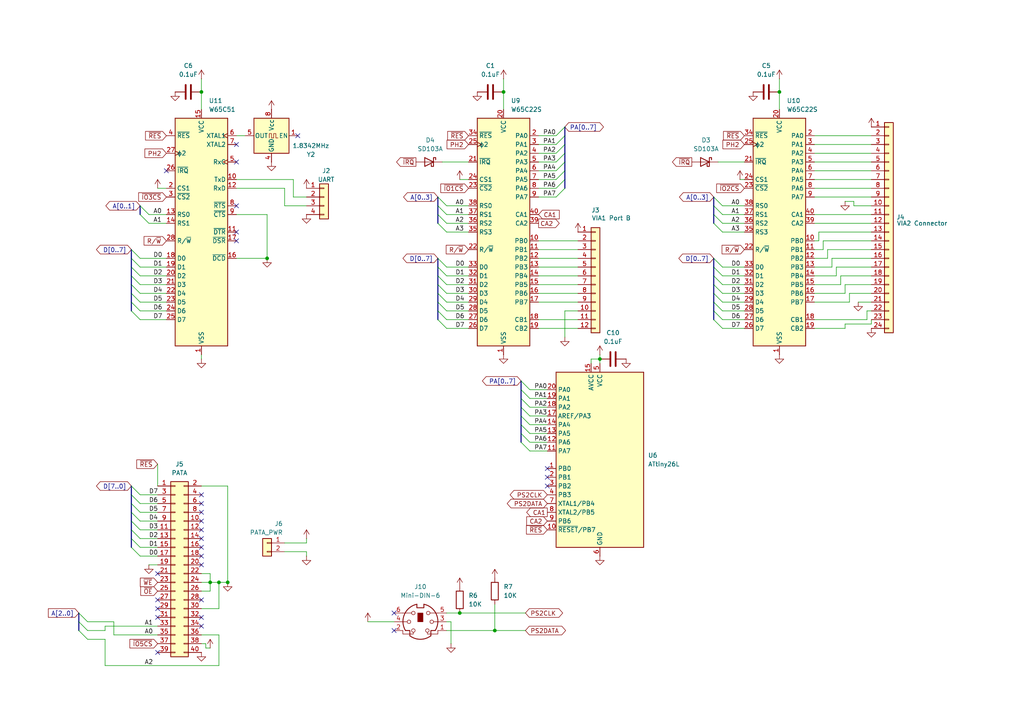
<source format=kicad_sch>
(kicad_sch (version 20250114) (generator "eeschema") (generator_version "9.0")
  (paper "A4")
  (title_block (title "I/O hardware"))
  (junction (at 226.06 26.67))
  (junction (at 60.96 168.91))
  (junction (at 173.99 104.14))
  (junction (at 133.35 177.8))
  (junction (at 66.04 168.91))
  (junction (at 63.5 168.91))
  (junction (at 143.51 182.88))
  (junction (at 146.05 26.67))
  (junction (at 77.47 74.93))
  (junction (at 58.42 26.67))
  (no_connect (at 114.3 182.88))
  (no_connect (at 58.42 148.59))
  (no_connect (at 45.72 173.99))
  (no_connect (at 58.42 161.29))
  (no_connect (at 45.72 166.37))
  (no_connect (at 86.36 39.37))
  (no_connect (at 58.42 151.13))
  (no_connect (at 45.72 189.23))
  (no_connect (at 158.75 140.97))
  (no_connect (at 58.42 146.05))
  (no_connect (at 58.42 179.07))
  (no_connect (at 58.42 173.99))
  (no_connect (at 158.75 138.43))
  (no_connect (at 68.58 59.69))
  (no_connect (at 158.75 135.89))
  (no_connect (at 68.58 41.91))
  (no_connect (at 68.58 69.85))
  (no_connect (at 58.42 153.67))
  (no_connect (at 68.58 67.31))
  (no_connect (at 58.42 156.21))
  (no_connect (at 114.3 177.8))
  (no_connect (at 45.72 176.53))
  (no_connect (at 58.42 143.51))
  (no_connect (at 58.42 181.61))
  (no_connect (at 48.26 49.53))
  (no_connect (at 45.72 179.07))
  (no_connect (at 68.58 46.99))
  (no_connect (at 58.42 158.75))
  (no_connect (at 58.42 163.83))
  (bus_entry (at 207.01 64.77) (size 2.54 2.54))
  (bus_entry (at 38.1 85.09) (size 2.54 2.54))
  (bus_entry (at 207.01 77.47) (size 2.54 2.54))
  (bus_entry (at 38.1 80.01) (size 2.54 2.54))
  (bus_entry (at 22.86 180.34) (size 2.54 2.54))
  (bus_entry (at 207.01 57.15) (size 2.54 2.54))
  (bus_entry (at 207.01 62.23) (size 2.54 2.54))
  (bus_entry (at 38.1 72.39) (size 2.54 2.54))
  (bus_entry (at 38.1 82.55) (size 2.54 2.54))
  (bus_entry (at 127 87.63) (size 2.54 2.54))
  (bus_entry (at 38.1 143.51) (size 2.54 2.54))
  (bus_entry (at 127 90.17) (size 2.54 2.54))
  (bus_entry (at 127 77.47) (size 2.54 2.54))
  (bus_entry (at 207.01 87.63) (size 2.54 2.54))
  (bus_entry (at 127 62.23) (size 2.54 2.54))
  (bus_entry (at 38.1 153.67) (size 2.54 2.54))
  (bus_entry (at 22.86 182.88) (size 2.54 2.54))
  (bus_entry (at 22.86 177.8) (size 2.54 2.54))
  (bus_entry (at 207.01 85.09) (size 2.54 2.54))
  (bus_entry (at 127 74.93) (size 2.54 2.54))
  (bus_entry (at 163.83 54.61) (size -2.54 2.54))
  (bus_entry (at 127 92.71) (size 2.54 2.54))
  (bus_entry (at 151.13 110.49) (size 2.54 2.54))
  (bus_entry (at 151.13 125.73) (size 2.54 2.54))
  (bus_entry (at 127 59.69) (size 2.54 2.54))
  (bus_entry (at 38.1 90.17) (size 2.54 2.54))
  (bus_entry (at 38.1 74.93) (size 2.54 2.54))
  (bus_entry (at 163.83 36.83) (size -2.54 2.54))
  (bus_entry (at 163.83 52.07) (size -2.54 2.54))
  (bus_entry (at 38.1 158.75) (size 2.54 2.54))
  (bus_entry (at 38.1 77.47) (size 2.54 2.54))
  (bus_entry (at 127 85.09) (size 2.54 2.54))
  (bus_entry (at 163.83 46.99) (size -2.54 2.54))
  (bus_entry (at 38.1 151.13) (size 2.54 2.54))
  (bus_entry (at 151.13 113.03) (size 2.54 2.54))
  (bus_entry (at 151.13 123.19) (size 2.54 2.54))
  (bus_entry (at 127 80.01) (size 2.54 2.54))
  (bus_entry (at 127 82.55) (size 2.54 2.54))
  (bus_entry (at 207.01 74.93) (size 2.54 2.54))
  (bus_entry (at 38.1 148.59) (size 2.54 2.54))
  (bus_entry (at 207.01 90.17) (size 2.54 2.54))
  (bus_entry (at 40.64 62.23) (size 2.54 2.54))
  (bus_entry (at 163.83 39.37) (size -2.54 2.54))
  (bus_entry (at 207.01 92.71) (size 2.54 2.54))
  (bus_entry (at 207.01 59.69) (size 2.54 2.54))
  (bus_entry (at 207.01 80.01) (size 2.54 2.54))
  (bus_entry (at 163.83 41.91) (size -2.54 2.54))
  (bus_entry (at 151.13 118.11) (size 2.54 2.54))
  (bus_entry (at 151.13 115.57) (size 2.54 2.54))
  (bus_entry (at 127 64.77) (size 2.54 2.54))
  (bus_entry (at 38.1 156.21) (size 2.54 2.54))
  (bus_entry (at 38.1 146.05) (size 2.54 2.54))
  (bus_entry (at 38.1 87.63) (size 2.54 2.54))
  (bus_entry (at 40.64 59.69) (size 2.54 2.54))
  (bus_entry (at 163.83 49.53) (size -2.54 2.54))
  (bus_entry (at 151.13 120.65) (size 2.54 2.54))
  (bus_entry (at 127 57.15) (size 2.54 2.54))
  (bus_entry (at 163.83 44.45) (size -2.54 2.54))
  (bus_entry (at 207.01 82.55) (size 2.54 2.54))
  (bus_entry (at 151.13 128.27) (size 2.54 2.54))
  (bus_entry (at 38.1 140.97) (size 2.54 2.54))
  (bus (pts (xy 38.1 143.51) (xy 38.1 146.05)))
  (bus (pts (xy 127 80.01) (xy 127 82.55)))
  (wire (pts (xy 60.96 168.91) (xy 63.5 168.91)))
  (wire (pts (xy 66.04 140.97) (xy 66.04 168.91)))
  (wire (pts (xy 45.72 54.61) (xy 48.26 54.61)))
  (wire (pts (xy 40.64 158.75) (xy 45.72 158.75)))
  (wire (pts (xy 40.64 151.13) (xy 45.72 151.13)))
  (wire (pts (xy 237.49 67.31) (xy 252.73 67.31)))
  (bus (pts (xy 151.13 115.57) (xy 151.13 118.11)))
  (wire (pts (xy 58.42 176.53) (xy 63.5 176.53)))
  (wire (pts (xy 209.55 64.77) (xy 215.9 64.77)))
  (wire (pts (xy 63.5 176.53) (xy 63.5 168.91)))
  (bus (pts (xy 151.13 113.03) (xy 151.13 115.57)))
  (wire (pts (xy 171.45 105.41) (xy 171.45 104.14)))
  (wire (pts (xy 143.51 182.88) (xy 152.4 182.88)))
  (wire (pts (xy 243.84 80.01) (xy 252.73 80.01)))
  (wire (pts (xy 153.67 120.65) (xy 158.75 120.65)))
  (wire (pts (xy 156.21 77.47) (xy 167.64 77.47)))
  (bus (pts (xy 151.13 125.73) (xy 151.13 128.27)))
  (wire (pts (xy 156.21 72.39) (xy 167.64 72.39)))
  (wire (pts (xy 236.22 54.61) (xy 252.73 54.61)))
  (bus (pts (xy 207.01 62.23) (xy 207.01 64.77)))
  (wire (pts (xy 236.22 46.99) (xy 252.73 46.99)))
  (wire (pts (xy 129.54 182.88) (xy 143.51 182.88)))
  (wire (pts (xy 236.22 82.55) (xy 243.84 82.55)))
  (wire (pts (xy 58.42 140.97) (xy 66.04 140.97)))
  (wire (pts (xy 77.47 74.93) (xy 68.58 74.93)))
  (bus (pts (xy 127 57.15) (xy 127 59.69)))
  (wire (pts (xy 241.3 74.93) (xy 241.3 77.47)))
  (bus (pts (xy 207.01 90.17) (xy 207.01 92.71)))
  (wire (pts (xy 85.09 52.07) (xy 85.09 57.15)))
  (wire (pts (xy 129.54 95.25) (xy 135.89 95.25)))
  (wire (pts (xy 58.42 26.67) (xy 58.42 22.86)))
  (wire (pts (xy 252.73 93.98) (xy 252.73 92.71)))
  (wire (pts (xy 68.58 39.37) (xy 71.12 39.37)))
  (wire (pts (xy 209.55 92.71) (xy 215.9 92.71)))
  (bus (pts (xy 38.1 140.97) (xy 38.1 143.51)))
  (wire (pts (xy 209.55 59.69) (xy 215.9 59.69)))
  (bus (pts (xy 163.83 41.91) (xy 163.83 44.45)))
  (wire (pts (xy 156.21 44.45) (xy 161.29 44.45)))
  (wire (pts (xy 40.64 80.01) (xy 48.26 80.01)))
  (wire (pts (xy 245.11 58.42) (xy 247.65 58.42)))
  (wire (pts (xy 40.64 153.67) (xy 45.72 153.67)))
  (bus (pts (xy 163.83 39.37) (xy 163.83 41.91)))
  (wire (pts (xy 25.4 185.42) (xy 30.48 185.42)))
  (wire (pts (xy 40.64 148.59) (xy 45.72 148.59)))
  (wire (pts (xy 153.67 130.81) (xy 158.75 130.81)))
  (bus (pts (xy 38.1 156.21) (xy 38.1 158.75)))
  (wire (pts (xy 129.54 82.55) (xy 135.89 82.55)))
  (wire (pts (xy 236.22 49.53) (xy 252.73 49.53)))
  (wire (pts (xy 236.22 57.15) (xy 252.73 57.15)))
  (wire (pts (xy 238.76 69.85) (xy 238.76 72.39)))
  (wire (pts (xy 171.45 104.14) (xy 173.99 104.14)))
  (wire (pts (xy 252.73 69.85) (xy 238.76 69.85)))
  (wire (pts (xy 209.55 95.25) (xy 215.9 95.25)))
  (bus (pts (xy 127 87.63) (xy 127 90.17)))
  (wire (pts (xy 226.06 31.75) (xy 226.06 26.67)))
  (wire (pts (xy 59.69 187.96) (xy 59.69 186.69)))
  (wire (pts (xy 245.11 85.09) (xy 245.11 82.55)))
  (wire (pts (xy 60.96 166.37) (xy 60.96 168.91)))
  (wire (pts (xy 129.54 92.71) (xy 135.89 92.71)))
  (wire (pts (xy 156.21 85.09) (xy 167.64 85.09)))
  (wire (pts (xy 156.21 74.93) (xy 167.64 74.93)))
  (bus (pts (xy 163.83 46.99) (xy 163.83 49.53)))
  (bus (pts (xy 127 59.69) (xy 127 62.23)))
  (wire (pts (xy 129.54 77.47) (xy 135.89 77.47)))
  (wire (pts (xy 240.03 74.93) (xy 240.03 72.39)))
  (wire (pts (xy 236.22 69.85) (xy 237.49 69.85)))
  (wire (pts (xy 153.67 123.19) (xy 158.75 123.19)))
  (wire (pts (xy 243.84 82.55) (xy 243.84 80.01)))
  (wire (pts (xy 209.55 67.31) (xy 215.9 67.31)))
  (wire (pts (xy 156.21 87.63) (xy 167.64 87.63)))
  (wire (pts (xy 242.57 80.01) (xy 236.22 80.01)))
  (wire (pts (xy 156.21 69.85) (xy 167.64 69.85)))
  (bus (pts (xy 127 62.23) (xy 127 64.77)))
  (wire (pts (xy 209.55 77.47) (xy 215.9 77.47)))
  (bus (pts (xy 207.01 82.55) (xy 207.01 85.09)))
  (bus (pts (xy 207.01 77.47) (xy 207.01 80.01)))
  (wire (pts (xy 156.21 46.99) (xy 161.29 46.99)))
  (bus (pts (xy 163.83 49.53) (xy 163.83 52.07)))
  (wire (pts (xy 156.21 52.07) (xy 161.29 52.07)))
  (wire (pts (xy 245.11 93.98) (xy 252.73 93.98)))
  (wire (pts (xy 40.64 85.09) (xy 48.26 85.09)))
  (bus (pts (xy 207.01 57.15) (xy 207.01 59.69)))
  (bus (pts (xy 207.01 85.09) (xy 207.01 87.63)))
  (wire (pts (xy 63.5 184.15) (xy 58.42 184.15)))
  (wire (pts (xy 242.57 77.47) (xy 242.57 80.01)))
  (wire (pts (xy 251.46 90.17) (xy 252.73 90.17)))
  (wire (pts (xy 82.55 59.69) (xy 82.55 54.61)))
  (bus (pts (xy 38.1 153.67) (xy 38.1 156.21)))
  (bus (pts (xy 151.13 120.65) (xy 151.13 123.19)))
  (wire (pts (xy 245.11 95.25) (xy 245.11 93.98)))
  (wire (pts (xy 133.35 177.8) (xy 152.4 177.8)))
  (wire (pts (xy 58.42 166.37) (xy 60.96 166.37)))
  (bus (pts (xy 22.86 177.8) (xy 22.86 180.34)))
  (bus (pts (xy 38.1 148.59) (xy 38.1 151.13)))
  (wire (pts (xy 129.54 85.09) (xy 135.89 85.09)))
  (bus (pts (xy 163.83 52.07) (xy 163.83 54.61)))
  (wire (pts (xy 251.46 90.17) (xy 251.46 92.71)))
  (wire (pts (xy 68.58 62.23) (xy 77.47 62.23)))
  (wire (pts (xy 246.38 85.09) (xy 246.38 87.63)))
  (wire (pts (xy 153.67 125.73) (xy 158.75 125.73)))
  (wire (pts (xy 129.54 64.77) (xy 135.89 64.77)))
  (wire (pts (xy 68.58 52.07) (xy 85.09 52.07)))
  (wire (pts (xy 77.47 62.23) (xy 77.47 74.93)))
  (bus (pts (xy 38.1 77.47) (xy 38.1 80.01)))
  (wire (pts (xy 156.21 82.55) (xy 167.64 82.55)))
  (wire (pts (xy 59.69 187.96) (xy 60.96 187.96)))
  (wire (pts (xy 173.99 102.87) (xy 173.99 104.14)))
  (wire (pts (xy 153.67 115.57) (xy 158.75 115.57)))
  (wire (pts (xy 236.22 95.25) (xy 245.11 95.25)))
  (wire (pts (xy 43.18 163.83) (xy 45.72 163.83)))
  (bus (pts (xy 38.1 85.09) (xy 38.1 87.63)))
  (wire (pts (xy 40.64 74.93) (xy 48.26 74.93)))
  (wire (pts (xy 237.49 69.85) (xy 237.49 67.31)))
  (wire (pts (xy 241.3 77.47) (xy 236.22 77.47)))
  (wire (pts (xy 30.48 182.88) (xy 30.48 181.61)))
  (bus (pts (xy 151.13 110.49) (xy 151.13 113.03)))
  (wire (pts (xy 63.5 168.91) (xy 66.04 168.91)))
  (wire (pts (xy 82.55 157.48) (xy 88.9 157.48)))
  (wire (pts (xy 209.55 80.01) (xy 215.9 80.01)))
  (wire (pts (xy 43.18 62.23) (xy 48.26 62.23)))
  (wire (pts (xy 156.21 54.61) (xy 161.29 54.61)))
  (wire (pts (xy 33.02 184.15) (xy 45.72 184.15)))
  (wire (pts (xy 238.76 72.39) (xy 236.22 72.39)))
  (bus (pts (xy 38.1 80.01) (xy 38.1 82.55)))
  (wire (pts (xy 129.54 59.69) (xy 135.89 59.69)))
  (wire (pts (xy 129.54 80.01) (xy 135.89 80.01)))
  (bus (pts (xy 38.1 146.05) (xy 38.1 148.59)))
  (wire (pts (xy 40.64 161.29) (xy 45.72 161.29)))
  (wire (pts (xy 156.21 49.53) (xy 161.29 49.53)))
  (bus (pts (xy 163.83 36.83) (xy 163.83 39.37)))
  (bus (pts (xy 151.13 123.19) (xy 151.13 125.73)))
  (wire (pts (xy 209.55 62.23) (xy 215.9 62.23)))
  (wire (pts (xy 236.22 74.93) (xy 240.03 74.93)))
  (wire (pts (xy 252.73 74.93) (xy 241.3 74.93)))
  (wire (pts (xy 43.18 64.77) (xy 48.26 64.77)))
  (wire (pts (xy 153.67 128.27) (xy 158.75 128.27)))
  (bus (pts (xy 151.13 118.11) (xy 151.13 120.65)))
  (bus (pts (xy 38.1 72.39) (xy 38.1 74.93)))
  (wire (pts (xy 215.9 52.07) (xy 214.63 52.07)))
  (wire (pts (xy 236.22 41.91) (xy 252.73 41.91)))
  (wire (pts (xy 246.38 87.63) (xy 236.22 87.63)))
  (bus (pts (xy 127 77.47) (xy 127 80.01)))
  (wire (pts (xy 30.48 181.61) (xy 45.72 181.61)))
  (wire (pts (xy 58.42 31.75) (xy 58.42 26.67)))
  (wire (pts (xy 236.22 64.77) (xy 252.73 64.77)))
  (wire (pts (xy 156.21 39.37) (xy 161.29 39.37)))
  (wire (pts (xy 129.54 90.17) (xy 135.89 90.17)))
  (wire (pts (xy 252.73 77.47) (xy 242.57 77.47)))
  (wire (pts (xy 25.4 182.88) (xy 30.48 182.88)))
  (wire (pts (xy 40.64 143.51) (xy 45.72 143.51)))
  (wire (pts (xy 40.64 82.55) (xy 48.26 82.55)))
  (bus (pts (xy 38.1 74.93) (xy 38.1 77.47)))
  (wire (pts (xy 156.21 57.15) (xy 161.29 57.15)))
  (wire (pts (xy 59.69 186.69) (xy 58.42 186.69)))
  (wire (pts (xy 236.22 92.71) (xy 251.46 92.71)))
  (wire (pts (xy 156.21 41.91) (xy 161.29 41.91)))
  (wire (pts (xy 129.54 87.63) (xy 135.89 87.63)))
  (wire (pts (xy 88.9 59.69) (xy 82.55 59.69)))
  (wire (pts (xy 236.22 39.37) (xy 252.73 39.37)))
  (wire (pts (xy 85.09 57.15) (xy 88.9 57.15)))
  (wire (pts (xy 245.11 82.55) (xy 252.73 82.55)))
  (wire (pts (xy 209.55 90.17) (xy 215.9 90.17)))
  (wire (pts (xy 226.06 26.67) (xy 226.06 22.86)))
  (wire (pts (xy 146.05 31.75) (xy 146.05 26.67)))
  (wire (pts (xy 240.03 72.39) (xy 252.73 72.39)))
  (bus (pts (xy 127 85.09) (xy 127 87.63)))
  (bus (pts (xy 40.64 59.69) (xy 40.64 62.23)))
  (wire (pts (xy 133.35 52.07) (xy 135.89 52.07)))
  (bus (pts (xy 38.1 82.55) (xy 38.1 85.09)))
  (wire (pts (xy 45.72 134.62) (xy 45.72 140.97)))
  (wire (pts (xy 88.9 160.02) (xy 82.55 160.02)))
  (wire (pts (xy 156.21 80.01) (xy 167.64 80.01)))
  (wire (pts (xy 30.48 193.04) (xy 63.5 193.04)))
  (wire (pts (xy 63.5 193.04) (xy 63.5 184.15)))
  (bus (pts (xy 207.01 87.63) (xy 207.01 90.17)))
  (wire (pts (xy 40.64 92.71) (xy 48.26 92.71)))
  (wire (pts (xy 40.64 90.17) (xy 48.26 90.17)))
  (wire (pts (xy 40.64 87.63) (xy 48.26 87.63)))
  (wire (pts (xy 129.54 177.8) (xy 133.35 177.8)))
  (wire (pts (xy 208.28 46.99) (xy 215.9 46.99)))
  (wire (pts (xy 130.81 180.34) (xy 129.54 180.34)))
  (wire (pts (xy 82.55 54.61) (xy 68.58 54.61)))
  (wire (pts (xy 40.64 77.47) (xy 48.26 77.47)))
  (wire (pts (xy 167.64 90.17) (xy 163.83 90.17)))
  (wire (pts (xy 129.54 67.31) (xy 135.89 67.31)))
  (bus (pts (xy 163.83 44.45) (xy 163.83 46.99)))
  (wire (pts (xy 60.96 171.45) (xy 58.42 171.45)))
  (bus (pts (xy 207.01 74.93) (xy 207.01 77.47)))
  (wire (pts (xy 25.4 180.34) (xy 33.02 180.34)))
  (wire (pts (xy 88.9 161.29) (xy 88.9 160.02)))
  (bus (pts (xy 127 82.55) (xy 127 85.09)))
  (wire (pts (xy 236.22 62.23) (xy 252.73 62.23)))
  (bus (pts (xy 127 90.17) (xy 127 92.71)))
  (wire (pts (xy 236.22 52.07) (xy 252.73 52.07)))
  (wire (pts (xy 252.73 85.09) (xy 246.38 85.09)))
  (bus (pts (xy 38.1 151.13) (xy 38.1 153.67)))
  (wire (pts (xy 156.21 95.25) (xy 167.64 95.25)))
  (wire (pts (xy 58.42 104.14) (xy 58.42 102.87)))
  (wire (pts (xy 130.81 186.69) (xy 130.81 180.34)))
  (wire (pts (xy 247.65 58.42) (xy 247.65 59.69)))
  (wire (pts (xy 60.96 168.91) (xy 60.96 171.45)))
  (wire (pts (xy 128.27 46.99) (xy 135.89 46.99)))
  (wire (pts (xy 156.21 92.71) (xy 167.64 92.71)))
  (wire (pts (xy 209.55 82.55) (xy 215.9 82.55)))
  (bus (pts (xy 38.1 87.63) (xy 38.1 90.17)))
  (wire (pts (xy 88.9 157.48) (xy 88.9 156.21)))
  (wire (pts (xy 247.65 59.69) (xy 252.73 59.69)))
  (wire (pts (xy 33.02 180.34) (xy 33.02 184.15)))
  (wire (pts (xy 209.55 85.09) (xy 215.9 85.09)))
  (wire (pts (xy 153.67 113.03) (xy 158.75 113.03)))
  (wire (pts (xy 248.92 87.63) (xy 252.73 87.63)))
  (bus (pts (xy 127 74.93) (xy 127 77.47)))
  (wire (pts (xy 236.22 85.09) (xy 245.11 85.09)))
  (wire (pts (xy 40.64 146.05) (xy 45.72 146.05)))
  (wire (pts (xy 40.64 156.21) (xy 45.72 156.21)))
  (wire (pts (xy 30.48 185.42) (xy 30.48 193.04)))
  (wire (pts (xy 173.99 104.14) (xy 173.99 105.41)))
  (bus (pts (xy 207.01 80.01) (xy 207.01 82.55)))
  (wire (pts (xy 58.42 168.91) (xy 60.96 168.91)))
  (wire (pts (xy 163.83 90.17) (xy 163.83 97.79)))
  (wire (pts (xy 153.67 118.11) (xy 158.75 118.11)))
  (wire (pts (xy 209.55 87.63) (xy 215.9 87.63)))
  (wire (pts (xy 236.22 44.45) (xy 252.73 44.45)))
  (wire (pts (xy 146.05 26.67) (xy 146.05 22.86)))
  (bus (pts (xy 207.01 59.69) (xy 207.01 62.23)))
  (wire (pts (xy 129.54 62.23) (xy 135.89 62.23)))
  (wire (pts (xy 143.51 175.26) (xy 143.51 182.88)))
  (wire (pts (xy 106.68 180.34) (xy 114.3 180.34)))
  (bus (pts (xy 22.86 180.34) (xy 22.86 182.88)))
  (label "D7" (at 132.08 95.25 0))
  (label "D4" (at 212.09 87.63 0))
  (label "PA3" (at 154.94 120.65 0))
  (label "D0" (at 132.08 77.47 0))
  (label "D2" (at 44.45 80.01 0))
  (label "D2" (at 212.09 82.55 0))
  (label "D1" (at 212.09 80.01 0))
  (label "D2" (at 132.08 82.55 0))
  (label "D0" (at 44.45 74.93 0))
  (label "A1" (at 212.09 62.23 0))
  (label "D7" (at 212.09 95.25 0))
  (label "A0" (at 132.08 59.69 0))
  (label "A0" (at 44.45 62.23 0))
  (label "A1" (at 44.45 64.77 0))
  (label "PA2" (at 157.48 44.45 0))
  (label "A0" (at 41.91 184.15 0))
  (label "A3" (at 132.08 67.31 0))
  (label "PA4" (at 157.48 49.53 0))
  (label "D4" (at 43.18 151.13 0))
  (label "D6" (at 44.45 90.17 0))
  (label "D0" (at 43.18 161.29 0))
  (label "D7" (at 43.18 143.51 0))
  (label "PA3" (at 157.48 46.99 0))
  (label "PA6" (at 154.94 128.27 0))
  (label "D0" (at 212.09 77.47 0))
  (label "D1" (at 43.18 158.75 0))
  (label "D4" (at 44.45 85.09 0))
  (label "D3" (at 132.08 85.09 0))
  (label "D6" (at 43.18 146.05 0))
  (label "PA5" (at 157.48 52.07 0))
  (label "D2" (at 43.18 156.21 0))
  (label "PA4" (at 154.94 123.19 0))
  (label "D7" (at 44.45 92.71 0))
  (label "PA1" (at 157.48 41.91 0))
  (label "D6" (at 212.09 92.71 0))
  (label "D4" (at 132.08 87.63 0))
  (label "A3" (at 212.09 67.31 0))
  (label "PA6" (at 157.48 54.61 0))
  (label "A2" (at 132.08 64.77 0))
  (label "D1" (at 132.08 80.01 0))
  (label "D3" (at 44.45 82.55 0))
  (label "A2" (at 212.09 64.77 0))
  (label "D5" (at 44.45 87.63 0))
  (label "PA2" (at 154.94 118.11 0))
  (label "A1" (at 132.08 62.23 0))
  (label "D6" (at 132.08 92.71 0))
  (label "D5" (at 212.09 90.17 0))
  (label "D3" (at 43.18 153.67 0))
  (label "A1" (at 41.91 181.61 0))
  (label "A0" (at 212.09 59.69 0))
  (label "D1" (at 44.45 77.47 0))
  (label "A2" (at 41.91 193.04 0))
  (label "PA5" (at 154.94 125.73 0))
  (label "D5" (at 43.18 148.59 0))
  (label "PA0" (at 157.48 39.37 0))
  (label "D3" (at 212.09 85.09 0))
  (label "PA0" (at 154.94 113.03 0))
  (label "D5" (at 132.08 90.17 0))
  (label "PA1" (at 154.94 115.57 0))
  (label "PA7" (at 157.48 57.15 0))
  (label "PA7" (at 154.94 130.81 0))
  (global_label "~{RES}" (shape input) (at 135.89 39.37 180) (property "Intersheetrefs" "${INTERSHEET_REFS}" (effects (hide yes))))
  (global_label "~{IRQ}" (shape output) (at 120.65 46.99 180) (property "Intersheetrefs" "${INTERSHEET_REFS}" (effects (hide yes))))
  (global_label "~{IRQ}" (shape output) (at 200.66 46.99 180) (property "Intersheetrefs" "${INTERSHEET_REFS}" (effects (hide yes))))
  (global_label "~{IO1CS}" (shape input) (at 135.89 54.61 180) (property "Intersheetrefs" "${INTERSHEET_REFS}" (effects (hide yes))))
  (global_label "PH2" (shape input) (at 135.89 41.91 180) (property "Intersheetrefs" "${INTERSHEET_REFS}" (effects (hide yes))))
  (global_label "PS2DATA" (shape bidirectional) (at 158.75 146.05 180) (property "Intersheetrefs" "${INTERSHEET_REFS}" (effects (hide yes))))
  (global_label "R{slash}~{W}" (shape input) (at 215.9 72.39 180) (property "Intersheetrefs" "${INTERSHEET_REFS}" (effects (hide yes))))
  (global_label "~{IO5CS}" (shape input) (at 45.72 186.69 180) (property "Intersheetrefs" "${INTERSHEET_REFS}" (effects (hide yes))))
  (global_label "A[0..3]" (shape tri_state) (at 127 57.15 180) (property "Intersheetrefs" "${INTERSHEET_REFS}" (effects (hide yes))))
  (global_label "CA2" (shape output) (at 156.21 64.77 0) (property "Intersheetrefs" "${INTERSHEET_REFS}" (effects (hide yes))))
  (global_label "CA1" (shape input) (at 156.21 62.23 0) (property "Intersheetrefs" "${INTERSHEET_REFS}" (effects (hide yes))))
  (global_label "PS2CLK" (shape bidirectional) (at 158.75 143.51 180) (property "Intersheetrefs" "${INTERSHEET_REFS}" (effects (hide yes))))
  (global_label "PS2CLK" (shape bidirectional) (at 152.4 177.8 0) (property "Intersheetrefs" "${INTERSHEET_REFS}" (effects (hide yes))))
  (global_label "~{RES}" (shape input) (at 158.75 153.67 180) (property "Intersheetrefs" "${INTERSHEET_REFS}" (effects (hide yes))))
  (global_label "D[0..7]" (shape bidirectional) (at 127 74.93 180) (property "Intersheetrefs" "${INTERSHEET_REFS}" (effects (hide yes))))
  (global_label "CA1" (shape output) (at 158.75 148.59 180) (property "Intersheetrefs" "${INTERSHEET_REFS}" (effects (hide yes))))
  (global_label "PS2DATA" (shape bidirectional) (at 152.4 182.88 0) (property "Intersheetrefs" "${INTERSHEET_REFS}" (effects (hide yes))))
  (global_label "D[0..7]" (shape bidirectional) (at 207.01 74.93 180) (property "Intersheetrefs" "${INTERSHEET_REFS}" (effects (hide yes))))
  (global_label "~{IO2CS}" (shape input) (at 215.9 54.61 180) (property "Intersheetrefs" "${INTERSHEET_REFS}" (effects (hide yes))))
  (global_label "D[0..7]" (shape bidirectional) (at 38.1 72.39 180) (property "Intersheetrefs" "${INTERSHEET_REFS}" (effects (hide yes))))
  (global_label "~{IO3CS}" (shape input) (at 48.26 57.15 180) (property "Intersheetrefs" "${INTERSHEET_REFS}" (effects (hide yes))))
  (global_label "~{WE}" (shape input) (at 45.72 168.91 180) (property "Intersheetrefs" "${INTERSHEET_REFS}" (effects (hide yes))))
  (global_label "CA2" (shape input) (at 158.75 151.13 180) (property "Intersheetrefs" "${INTERSHEET_REFS}" (effects (hide yes))))
  (global_label "A[0..1]" (shape tri_state) (at 40.64 59.69 180) (property "Intersheetrefs" "${INTERSHEET_REFS}" (effects (hide yes))))
  (global_label "PA[0..7]" (shape bidirectional) (at 163.83 36.83 0) (property "Intersheetrefs" "${INTERSHEET_REFS}" (effects (hide yes))))
  (global_label "PA[0..7]" (shape bidirectional) (at 151.13 110.49 180) (property "Intersheetrefs" "${INTERSHEET_REFS}" (effects (hide yes))))
  (global_label "A[2..0]" (shape input) (at 22.86 177.8 180) (property "Intersheetrefs" "${INTERSHEET_REFS}" (effects (hide yes))))
  (global_label "~{OE}" (shape input) (at 45.72 171.45 180) (property "Intersheetrefs" "${INTERSHEET_REFS}" (effects (hide yes))))
  (global_label "PH2" (shape input) (at 48.26 44.45 180) (property "Intersheetrefs" "${INTERSHEET_REFS}" (effects (hide yes))))
  (global_label "D[7..0]" (shape bidirectional) (at 38.1 140.97 180) (property "Intersheetrefs" "${INTERSHEET_REFS}" (effects (hide yes))))
  (global_label "PH2" (shape input) (at 215.9 41.91 180) (property "Intersheetrefs" "${INTERSHEET_REFS}" (effects (hide yes))))
  (global_label "~{RES}" (shape input) (at 215.9 39.37 180) (property "Intersheetrefs" "${INTERSHEET_REFS}" (effects (hide yes))))
  (global_label "R{slash}~{W}" (shape input) (at 135.89 72.39 180) (property "Intersheetrefs" "${INTERSHEET_REFS}" (effects (hide yes))))
  (global_label "A[0..3]" (shape tri_state) (at 207.01 57.15 180) (property "Intersheetrefs" "${INTERSHEET_REFS}" (effects (hide yes))))
  (global_label "~{RES}" (shape input) (at 48.26 39.37 180) (property "Intersheetrefs" "${INTERSHEET_REFS}" (effects (hide yes))))
  (global_label "R{slash}~{W}" (shape input) (at 48.26 69.85 180) (property "Intersheetrefs" "${INTERSHEET_REFS}" (effects (hide yes))))
  (global_label "~{RES}" (shape input) (at 45.72 134.62 180) (property "Intersheetrefs" "${INTERSHEET_REFS}" (effects (hide yes))))
  (symbol (lib_id "Connector_Generic:Conn_01x04") (at 93.98 57.15 0) (unit 1)
    (property "Reference" "J2" (at 94.615 49.53 0))
    (property "Value" "UART" (at 94.615 52.07 0))
    (property "Footprint" "Connector_PinHeader_2.54mm:PinHeader_1x04_P2.54mm_Vertical" (effects (hide yes)))
    (property "Description" "Generic connector, single row, 01x04, script generated (kicad-library-utils/schlib/autogen/connector/)" (effects (hide yes)))
  )
  (symbol (lib_id "power:VCC") (at 78.74 31.75 0) (unit 1)
    (property "Reference" "#PWR027" (effects (hide yes)))
    (property "Value" "VCC" (effects (hide yes)))
    (property "Description" "Power symbol creates a global label with name \"VCC\"" (effects (hide yes)))
  )
  (symbol (lib_id "power:GND") (at 58.42 189.23 0) (unit 1)
    (property "Reference" "#PWR084" (effects (hide yes)))
    (property "Value" "GND" (effects (hide yes)))
    (property "Description" "Power symbol creates a global label with name \"GND\" , ground" (effects (hide yes)))
  )
  (symbol (lib_id "Connector:Mini-DIN-6") (at 121.92 180.34 0) (unit 1)
    (property "Reference" "J10" (at 121.9377 170.18 0))
    (property "Value" "Mini-DIN-6" (at 121.9377 172.72 0))
    (property "Footprint" "custom:TE_5749180-1" (effects (hide yes)))
    (property "Datasheet" "http://service.powerdynamics.com/ec/Catalog17/Section%2011.pdf" (effects (hide yes)))
    (property "Description" "6-pin Mini-DIN connector" (effects (hide yes)))
  )
  (symbol (lib_id "power:GND") (at 130.81 186.69 0) (unit 1)
    (property "Reference" "#PWR044" (effects (hide yes)))
    (property "Value" "GND" (effects (hide yes)))
    (property "Description" "Power symbol creates a global label with name \"GND\" , ground" (effects (hide yes)))
  )
  (symbol (lib_id "MCU_Microchip_ATtiny:ATtiny26L-8P") (at 173.99 133.35 0) (mirror y) (unit 1)
    (property "Reference" "U6" (at 187.96 132.0799 0) (effects (justify right)))
    (property "Value" "ATtiny26L" (at 187.96 134.6199 0) (effects (justify right)))
    (property "Footprint" "Package_DIP:DIP-20_W7.62mm_Socket" (effects (hide yes)))
    (property "Datasheet" "http://ww1.microchip.com/downloads/en/DeviceDoc/doc1477.pdf" (effects (hide yes)))
    (property "Description" "8MHz, 2kB Flash, 128B SRAM, 128B EEPROM, DIP-20" (effects (hide yes)))
  )
  (symbol (lib_id "power:VCC") (at 106.68 180.34 0) (unit 1)
    (property "Reference" "#PWR043" (effects (hide yes)))
    (property "Value" "VCC" (effects (hide yes)))
    (property "Description" "Power symbol creates a global label with name \"VCC\"" (effects (hide yes)))
  )
  (symbol (lib_id "Device:C") (at 222.25 26.67 270) (unit 1)
    (property "Reference" "C5" (at 222.25 19.05 90))
    (property "Value" "0.1uF" (at 222.25 21.59 90))
    (property "Footprint" "Capacitor_THT:C_Disc_D4.3mm_W1.9mm_P5.00mm" (effects (hide yes)))
    (property "Description" "Unpolarized capacitor" (effects (hide yes)))
  )
  (symbol (lib_id "Device:C") (at 177.8 104.14 90) (unit 1)
    (property "Reference" "C10" (at 177.8 96.52 90))
    (property "Value" "0.1uF" (at 177.8 99.06 90))
    (property "Footprint" "Capacitor_THT:C_Disc_D4.3mm_W1.9mm_P5.00mm" (effects (hide yes)))
    (property "Description" "Unpolarized capacitor" (effects (hide yes)))
  )
  (symbol (lib_id "power:GND") (at 88.9 62.23 0) (unit 1)
    (property "Reference" "#PWR052" (effects (hide yes)))
    (property "Value" "GND" (effects (hide yes)))
    (property "Description" "Power symbol creates a global label with name \"GND\" , ground" (effects (hide yes)))
  )
  (symbol (lib_id "power:VCC") (at 45.72 54.61 0) (unit 1)
    (property "Reference" "#PWR080" (effects (hide yes)))
    (property "Value" "VCC" (effects (hide yes)))
    (property "Description" "Power symbol creates a global label with name \"VCC\"" (effects (hide yes)))
  )
  (symbol (lib_id "power:GND") (at 77.47 74.93 0) (unit 1)
    (property "Reference" "#PWR083" (effects (hide yes)))
    (property "Value" "GND" (effects (hide yes)))
    (property "Description" "Power symbol creates a global label with name \"GND\" , ground" (effects (hide yes)))
  )
  (symbol (lib_id "power:VCC") (at 88.9 54.61 0) (unit 1)
    (property "Reference" "#PWR028" (effects (hide yes)))
    (property "Value" "VCC" (effects (hide yes)))
    (property "Description" "Power symbol creates a global label with name \"VCC\"" (effects (hide yes)))
  )
  (symbol (lib_id "power:VCC") (at 252.73 36.83 0) (unit 1)
    (property "Reference" "#PWR047" (effects (hide yes)))
    (property "Value" "VCC" (effects (hide yes)))
    (property "Description" "Power symbol creates a global label with name \"VCC\"" (effects (hide yes)))
  )
  (symbol (lib_id "power:GND") (at 146.05 102.87 0) (unit 1)
    (property "Reference" "#PWR21" (effects (hide yes)))
    (property "Value" "GND" (effects (hide yes)))
    (property "Description" "Power symbol creates a global label with name \"GND\" , ground" (effects (hide yes)))
  )
  (symbol (lib_id "power:GND") (at 58.42 104.14 0) (unit 1)
    (property "Reference" "#PWR25" (effects (hide yes)))
    (property "Value" "GND" (effects (hide yes)))
    (property "Description" "Power symbol creates a global label with name \"GND\" , ground" (effects (hide yes)))
  )
  (symbol (lib_id "custom:W65C22S") (at 226.06 67.31 0) (unit 1)
    (property "Reference" "U10" (at 228.2033 29.21 0) (effects (justify left)))
    (property "Value" "W65C22S" (at 228.2033 31.75 0) (effects (justify left)))
    (property "Footprint" "Package_DIP:DIP-40_W15.24mm_Socket" (effects (hide yes)))
    (property "Datasheet" "http://www.westerndesigncenter.com/wdc/documentation/w65c22.pdf" (effects (hide yes)))
    (property "Description" "CMOS Versatile Interface Adapter (VIA), 20-pin I/O, 2 Timer/Counters, NMOS-Compatible, DIP-40" (effects (hide yes)))
  )
  (symbol (lib_id "power:GND") (at 218.44 26.67 0) (unit 1)
    (property "Reference" "#PWR024" (effects (hide yes)))
    (property "Value" "GND" (effects (hide yes)))
    (property "Description" "Power symbol creates a global label with name \"GND\" , ground" (effects (hide yes)))
  )
  (symbol (lib_id "power:GND") (at 252.73 95.25 0) (unit 1)
    (property "Reference" "#PWR049" (effects (hide yes)))
    (property "Value" "GND" (effects (hide yes)))
    (property "Description" "Power symbol creates a global label with name \"GND\" , ground" (effects (hide yes)))
  )
  (symbol (lib_id "power:VCC") (at 167.64 67.31 0) (unit 1)
    (property "Reference" "#PWR041" (effects (hide yes)))
    (property "Value" "VCC" (effects (hide yes)))
    (property "Description" "Power symbol creates a global label with name \"VCC\"" (effects (hide yes)))
  )
  (symbol (lib_id "power:VCC") (at 133.35 170.18 0) (unit 1)
    (property "Reference" "#PWR081" (effects (hide yes)))
    (property "Value" "VCC" (effects (hide yes)))
    (property "Description" "Power symbol creates a global label with name \"VCC\"" (effects (hide yes)))
  )
  (symbol (lib_id "Device:D_Schottky") (at 124.46 46.99 0) (mirror y) (unit 1)
    (property "Reference" "D4" (at 124.7775 40.64 0))
    (property "Value" "SD103A" (at 124.7775 43.18 0))
    (property "Footprint" "Diode_THT:D_DO-35_SOD27_P7.62mm_Horizontal" (effects (hide yes)))
    (property "Description" "Schottky diode" (effects (hide yes)))
  )
  (symbol (lib_id "power:GND") (at 50.8 26.67 0) (unit 1)
    (property "Reference" "#PWR051" (effects (hide yes)))
    (property "Value" "GND" (effects (hide yes)))
    (property "Description" "Power symbol creates a global label with name \"GND\" , ground" (effects (hide yes)))
  )
  (symbol (lib_id "Connector_Generic:Conn_01x24") (at 257.81 64.77 0) (unit 1)
    (property "Reference" "J4" (at 262.382 62.992 0) (effects (justify right)))
    (property "Value" "VIA2 Connector" (at 274.828 64.77 0) (effects (justify right)))
    (property "Footprint" "Connector_PinHeader_2.54mm:PinHeader_2x12_P2.54mm_Vertical" (effects (hide yes)))
    (property "Description" "Generic connector, single row, 01x24, script generated (kicad-library-utils/schlib/autogen/connector/)" (effects (hide yes)))
  )
  (symbol (lib_id "Device:R") (at 133.35 173.99 0) (unit 1)
    (property "Reference" "R6" (at 135.89 172.7199 0) (effects (justify left)))
    (property "Value" "10K" (at 135.89 175.2599 0) (effects (justify left)))
    (property "Footprint" "Resistor_THT:R_Axial_DIN0207_L6.3mm_D2.5mm_P7.62mm_Horizontal" (effects (hide yes)))
    (property "Description" "Resistor" (effects (hide yes)))
  )
  (symbol (lib_id "power:VCC") (at 214.63 52.07 0) (unit 1)
    (property "Reference" "#PWR053" (effects (hide yes)))
    (property "Value" "VCC" (effects (hide yes)))
    (property "Description" "Power symbol creates a global label with name \"VCC\"" (effects (hide yes)))
  )
  (symbol (lib_id "power:VCC") (at 173.99 102.87 0) (mirror y) (unit 1)
    (property "Reference" "#PWR073" (effects (hide yes)))
    (property "Value" "VCC" (effects (hide yes)))
    (property "Description" "Power symbol creates a global label with name \"VCC\"" (effects (hide yes)))
  )
  (symbol (lib_id "Connector_Generic:Conn_01x12") (at 172.72 80.01 0) (unit 1)
    (property "Reference" "J3" (at 172.72 60.96 0))
    (property "Value" "VIA1 Port B" (at 177.292 63.246 0))
    (property "Footprint" "Connector_PinHeader_2.54mm:PinHeader_2x06_P2.54mm_Vertical" (effects (hide yes)))
    (property "Description" "Generic connector, single row, 01x12, script generated (kicad-library-utils/schlib/autogen/connector/)" (effects (hide yes)))
  )
  (symbol (lib_id "power:GND") (at 173.99 161.29 0) (mirror y) (unit 1)
    (property "Reference" "#PWR074" (effects (hide yes)))
    (property "Value" "GND" (effects (hide yes)))
    (property "Description" "Power symbol creates a global label with name \"GND\" , ground" (effects (hide yes)))
  )
  (symbol (lib_id "power:GND") (at 163.83 97.79 0) (unit 1)
    (property "Reference" "#PWR042" (effects (hide yes)))
    (property "Value" "GND" (effects (hide yes)))
    (property "Description" "Power symbol creates a global label with name \"GND\" , ground" (effects (hide yes)))
  )
  (symbol (lib_id "power:GND") (at 43.18 163.83 0) (unit 1)
    (property "Reference" "#PWR065" (effects (hide yes)))
    (property "Value" "GND" (effects (hide yes)))
    (property "Description" "Power symbol creates a global label with name \"GND\" , ground" (effects (hide yes)))
  )
  (symbol (lib_id "power:VCC") (at 88.9 156.21 0) (unit 1)
    (property "Reference" "#PWR067" (effects (hide yes)))
    (property "Value" "VCC" (effects (hide yes)))
    (property "Description" "Power symbol creates a global label with name \"VCC\"" (effects (hide yes)))
  )
  (symbol (lib_id "Oscillator:CXO_DIP8") (at 78.74 39.37 0) (mirror y) (unit 1)
    (property "Reference" "Y2" (at 90.17 44.8154 0))
    (property "Value" "1.8342MHz" (at 90.17 42.2754 0))
    (property "Footprint" "Oscillator:Oscillator_DIP-8" (effects (hide yes)))
    (property "Datasheet" "http://cdn-reichelt.de/documents/datenblatt/B400/OSZI.pdf" (effects (hide yes)))
    (property "Description" "Crystal Clock Oscillator, DIP8-style metal package" (effects (hide yes)))
  )
  (symbol (lib_id "PCM_65xx-library:W65C51NxP") (at 58.42 67.31 0) (unit 1)
    (property "Reference" "U11" (at 60.5633 29.21 0) (effects (justify left)))
    (property "Value" "W65C51" (at 60.5633 31.75 0) (effects (justify left)))
    (property "Footprint" "Package_DIP:DIP-28_W15.24mm_Socket" (effects (hide yes)))
    (property "Datasheet" "http://www.westerndesigncenter.com/wdc/documentation/w65c51n.pdf" (effects (hide yes)))
    (property "Description" "CMOS Asynchronous Communication Interface Adapter (ACIA), Serial UART, DIP-28" (effects (hide yes)))
  )
  (symbol (lib_id "power:GND") (at 66.04 168.91 0) (unit 1)
    (property "Reference" "#PWR066" (effects (hide yes)))
    (property "Value" "GND" (effects (hide yes)))
    (property "Description" "Power symbol creates a global label with name \"GND\" , ground" (effects (hide yes)))
  )
  (symbol (lib_id "power:GND") (at 248.92 87.63 0) (unit 1)
    (property "Reference" "#PWR050" (effects (hide yes)))
    (property "Value" "GND" (effects (hide yes)))
    (property "Description" "Power symbol creates a global label with name \"GND\" , ground" (effects (hide yes)))
  )
  (symbol (lib_id "Connector_Generic:Conn_01x02") (at 77.47 157.48 0) (mirror y) (unit 1)
    (property "Reference" "J6" (at 82.042 151.892 0) (effects (justify left)))
    (property "Value" "PATA_PWR" (at 82.042 154.432 0) (effects (justify left)))
    (property "Footprint" "Connector_PinHeader_2.54mm:PinHeader_1x02_P2.54mm_Vertical" (effects (hide yes)))
    (property "Description" "Generic connector, single row, 01x02, script generated (kicad-library-utils/schlib/autogen/connector/)" (effects (hide yes)))
  )
  (symbol (lib_id "power:GND") (at 226.06 102.87 0) (unit 1)
    (property "Reference" "#PWR046" (effects (hide yes)))
    (property "Value" "GND" (effects (hide yes)))
    (property "Description" "Power symbol creates a global label with name \"GND\" , ground" (effects (hide yes)))
  )
  (symbol (lib_id "custom:W65C22S") (at 146.05 67.31 0) (unit 1)
    (property "Reference" "U9" (at 148.1933 29.21 0) (effects (justify left)))
    (property "Value" "W65C22S" (at 148.1933 31.75 0) (effects (justify left)))
    (property "Footprint" "Package_DIP:DIP-40_W15.24mm_Socket" (effects (hide yes)))
    (property "Datasheet" "http://www.westerndesigncenter.com/wdc/documentation/w65c22.pdf" (effects (hide yes)))
    (property "Description" "CMOS Versatile Interface Adapter (VIA), 20-pin I/O, 2 Timer/Counters, NMOS-Compatible, DIP-40" (effects (hide yes)))
  )
  (symbol (lib_id "power:VCC") (at 60.96 187.96 0) (unit 1)
    (property "Reference" "#PWR062" (effects (hide yes)))
    (property "Value" "VCC" (effects (hide yes)))
    (property "Description" "Power symbol creates a global label with name \"VCC\"" (effects (hide yes)))
  )
  (symbol (lib_id "power:GND") (at 78.74 46.99 0) (unit 1)
    (property "Reference" "#PWR040" (effects (hide yes)))
    (property "Value" "GND" (effects (hide yes)))
    (property "Description" "Power symbol creates a global label with name \"GND\" , ground" (effects (hide yes)))
  )
  (symbol (lib_id "power:GND") (at 138.43 26.67 0) (unit 1)
    (property "Reference" "#PWR022" (effects (hide yes)))
    (property "Value" "GND" (effects (hide yes)))
    (property "Description" "Power symbol creates a global label with name \"GND\" , ground" (effects (hide yes)))
  )
  (symbol (lib_id "power:VCC") (at 146.05 22.86 0) (unit 1)
    (property "Reference" "#PWR045" (effects (hide yes)))
    (property "Value" "VCC" (effects (hide yes)))
    (property "Description" "Power symbol creates a global label with name \"VCC\"" (effects (hide yes)))
  )
  (symbol (lib_id "Device:R") (at 143.51 171.45 0) (unit 1)
    (property "Reference" "R7" (at 146.05 170.1799 0) (effects (justify left)))
    (property "Value" "10K" (at 146.05 172.7199 0) (effects (justify left)))
    (property "Footprint" "Resistor_THT:R_Axial_DIN0207_L6.3mm_D2.5mm_P7.62mm_Horizontal" (effects (hide yes)))
    (property "Description" "Resistor" (effects (hide yes)))
  )
  (symbol (lib_id "power:VCC") (at 58.42 22.86 0) (unit 1)
    (property "Reference" "#PWR026" (effects (hide yes)))
    (property "Value" "VCC" (effects (hide yes)))
    (property "Description" "Power symbol creates a global label with name \"VCC\"" (effects (hide yes)))
  )
  (symbol (lib_id "power:GND") (at 245.11 58.42 0) (unit 1)
    (property "Reference" "#PWR048" (effects (hide yes)))
    (property "Value" "GND" (effects (hide yes)))
    (property "Description" "Power symbol creates a global label with name \"GND\" , ground" (effects (hide yes)))
  )
  (symbol (lib_id "Device:C") (at 142.24 26.67 270) (unit 1)
    (property "Reference" "C1" (at 142.24 19.05 90))
    (property "Value" "0.1uF" (at 142.24 21.59 90))
    (property "Footprint" "Capacitor_THT:C_Disc_D4.3mm_W1.9mm_P5.00mm" (effects (hide yes)))
    (property "Description" "Unpolarized capacitor" (effects (hide yes)))
  )
  (symbol (lib_id "power:VCC") (at 226.06 22.86 0) (unit 1)
    (property "Reference" "#PWR023" (effects (hide yes)))
    (property "Value" "VCC" (effects (hide yes)))
    (property "Description" "Power symbol creates a global label with name \"VCC\"" (effects (hide yes)))
  )
  (symbol (lib_id "power:VCC") (at 143.51 167.64 0) (unit 1)
    (property "Reference" "#PWR082" (effects (hide yes)))
    (property "Value" "VCC" (effects (hide yes)))
    (property "Description" "Power symbol creates a global label with name \"VCC\"" (effects (hide yes)))
  )
  (symbol (lib_id "power:GND") (at 181.61 104.14 0) (unit 1)
    (property "Reference" "#PWR085" (effects (hide yes)))
    (property "Value" "GND" (effects (hide yes)))
    (property "Description" "Power symbol creates a global label with name \"GND\" , ground" (effects (hide yes)))
  )
  (symbol (lib_id "Device:C") (at 54.61 26.67 270) (unit 1)
    (property "Reference" "C6" (at 54.61 19.05 90))
    (property "Value" "0.1uF" (at 54.61 21.59 90))
    (property "Footprint" "Capacitor_THT:C_Disc_D4.3mm_W1.9mm_P5.00mm" (effects (hide yes)))
    (property "Description" "Unpolarized capacitor" (effects (hide yes)))
  )
  (symbol (lib_id "Device:D_Schottky") (at 204.47 46.99 0) (mirror y) (unit 1)
    (property "Reference" "D3" (at 204.7875 40.64 0))
    (property "Value" "SD103A" (at 204.7875 43.18 0))
    (property "Footprint" "Diode_THT:D_DO-35_SOD27_P7.62mm_Horizontal" (effects (hide yes)))
    (property "Description" "Schottky diode" (effects (hide yes)))
  )
  (symbol (lib_id "power:VCC") (at 133.35 52.07 0) (unit 1)
    (property "Reference" "#PWR079" (effects (hide yes)))
    (property "Value" "VCC" (effects (hide yes)))
    (property "Description" "Power symbol creates a global label with name \"VCC\"" (effects (hide yes)))
  )
  (symbol (lib_id "Connector_Generic:Conn_02x20_Odd_Even") (at 50.8 163.83 0) (unit 1)
    (property "Reference" "J5" (at 52.07 134.62 0))
    (property "Value" "PATA" (at 52.07 137.16 0))
    (property "Footprint" "Connector_IDC:IDC-Header_2x20_P2.54mm_Vertical" (effects (hide yes)))
    (property "Description" "Generic connector, double row, 02x20, odd/even pin numbering scheme (row 1 odd numbers, row 2 even numbers), script generated (kicad-library-utils/schlib/autogen/connector/)" (effects (hide yes)))
  )
  (symbol (lib_id "power:GND") (at 88.9 161.29 0) (unit 1)
    (property "Reference" "#PWR068" (effects (hide yes)))
    (property "Value" "GND" (effects (hide yes)))
    (property "Description" "Power symbol creates a global label with name \"GND\" , ground" (effects (hide yes)))
  )
)
</source>
